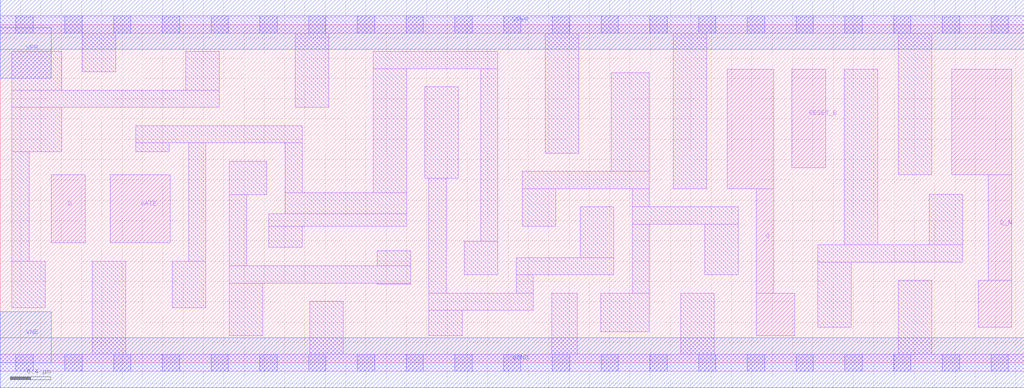
<source format=lef>
# Copyright 2020 The SkyWater PDK Authors
#
# Licensed under the Apache License, Version 2.0 (the "License");
# you may not use this file except in compliance with the License.
# You may obtain a copy of the License at
#
#     https://www.apache.org/licenses/LICENSE-2.0
#
# Unless required by applicable law or agreed to in writing, software
# distributed under the License is distributed on an "AS IS" BASIS,
# WITHOUT WARRANTIES OR CONDITIONS OF ANY KIND, either express or implied.
# See the License for the specific language governing permissions and
# limitations under the License.
#
# SPDX-License-Identifier: Apache-2.0

VERSION 5.5 ;
NAMESCASESENSITIVE ON ;
BUSBITCHARS "[]" ;
DIVIDERCHAR "/" ;
MACRO sky130_fd_sc_lp__dlrbp_lp
  CLASS CORE ;
  SOURCE USER ;
  ORIGIN  0.000000  0.000000 ;
  SIZE  10.08000 BY  3.330000 ;
  SYMMETRY X Y R90 ;
  SITE unit ;
  PIN D
    ANTENNAGATEAREA  0.376000 ;
    DIRECTION INPUT ;
    USE SIGNAL ;
    PORT
      LAYER li1 ;
        RECT 0.500000 1.180000 0.835000 1.850000 ;
    END
  END D
  PIN Q
    ANTENNADIFFAREA  0.404700 ;
    DIRECTION OUTPUT ;
    USE SIGNAL ;
    PORT
      LAYER li1 ;
        RECT 7.160000 1.715000 7.615000 2.890000 ;
        RECT 7.445000 0.265000 7.820000 0.685000 ;
        RECT 7.445000 0.685000 7.615000 1.715000 ;
    END
  END Q
  PIN Q_N
    ANTENNADIFFAREA  0.404700 ;
    DIRECTION OUTPUT ;
    USE SIGNAL ;
    PORT
      LAYER li1 ;
        RECT 9.370000 1.850000 9.960000 2.890000 ;
        RECT 9.630000 0.350000 9.960000 0.810000 ;
        RECT 9.725000 0.810000 9.960000 1.850000 ;
    END
  END Q_N
  PIN RESET_B
    ANTENNAGATEAREA  0.313000 ;
    DIRECTION INPUT ;
    USE SIGNAL ;
    PORT
      LAYER li1 ;
        RECT 7.795000 1.920000 8.125000 2.890000 ;
    END
  END RESET_B
  PIN GATE
    ANTENNAGATEAREA  0.376000 ;
    DIRECTION INPUT ;
    USE CLOCK ;
    PORT
      LAYER li1 ;
        RECT 1.085000 1.180000 1.675000 1.850000 ;
    END
  END GATE
  PIN VGND
    DIRECTION INOUT ;
    USE GROUND ;
    PORT
      LAYER met1 ;
        RECT 0.000000 -0.245000 10.080000 0.245000 ;
    END
  END VGND
  PIN VNB
    DIRECTION INOUT ;
    USE GROUND ;
    PORT
    END
  END VNB
  PIN VPB
    DIRECTION INOUT ;
    USE POWER ;
    PORT
    END
  END VPB
  PIN VNB
    DIRECTION INOUT ;
    USE GROUND ;
    PORT
      LAYER met1 ;
        RECT 0.000000 0.000000 0.500000 0.500000 ;
    END
  END VNB
  PIN VPB
    DIRECTION INOUT ;
    USE POWER ;
    PORT
      LAYER met1 ;
        RECT 0.000000 2.800000 0.500000 3.300000 ;
    END
  END VPB
  PIN VPWR
    DIRECTION INOUT ;
    USE POWER ;
    PORT
      LAYER met1 ;
        RECT 0.000000 3.085000 10.080000 3.575000 ;
    END
  END VPWR
  OBS
    LAYER li1 ;
      RECT 0.000000 -0.085000 10.080000 0.085000 ;
      RECT 0.000000  3.245000 10.080000 3.415000 ;
      RECT 0.115000  0.540000  0.445000 1.000000 ;
      RECT 0.115000  1.000000  0.285000 2.075000 ;
      RECT 0.115000  2.075000  0.605000 2.515000 ;
      RECT 0.115000  2.515000  2.155000 2.685000 ;
      RECT 0.115000  2.685000  0.605000 3.065000 ;
      RECT 0.805000  2.865000  1.135000 3.245000 ;
      RECT 0.905000  0.085000  1.235000 1.000000 ;
      RECT 1.335000  2.075000  1.665000 2.165000 ;
      RECT 1.335000  2.165000  2.975000 2.335000 ;
      RECT 1.695000  0.540000  2.025000 1.000000 ;
      RECT 1.825000  2.685000  2.155000 3.065000 ;
      RECT 1.855000  1.000000  2.025000 2.165000 ;
      RECT 2.255000  0.265000  2.585000 0.785000 ;
      RECT 2.255000  0.785000  4.040000 0.955000 ;
      RECT 2.255000  0.955000  2.425000 1.655000 ;
      RECT 2.255000  1.655000  2.625000 1.985000 ;
      RECT 2.645000  1.135000  2.975000 1.345000 ;
      RECT 2.645000  1.345000  4.000000 1.465000 ;
      RECT 2.805000  1.465000  4.000000 1.675000 ;
      RECT 2.805000  1.675000  2.975000 2.165000 ;
      RECT 2.905000  2.515000  3.235000 3.245000 ;
      RECT 3.045000  0.085000  3.375000 0.605000 ;
      RECT 3.670000  1.675000  4.000000 2.895000 ;
      RECT 3.670000  2.895000  4.900000 3.065000 ;
      RECT 3.710000  0.775000  4.040000 0.785000 ;
      RECT 3.710000  0.955000  4.040000 1.105000 ;
      RECT 4.180000  1.815000  4.510000 2.715000 ;
      RECT 4.220000  0.265000  4.550000 0.515000 ;
      RECT 4.220000  0.515000  5.250000 0.685000 ;
      RECT 4.220000  0.685000  4.390000 1.815000 ;
      RECT 4.570000  0.865000  4.900000 1.195000 ;
      RECT 4.730000  1.195000  4.900000 2.895000 ;
      RECT 5.080000  0.685000  5.250000 0.865000 ;
      RECT 5.080000  0.865000  6.040000 1.035000 ;
      RECT 5.140000  1.345000  5.470000 1.715000 ;
      RECT 5.140000  1.715000  6.390000 1.885000 ;
      RECT 5.365000  2.065000  5.695000 3.245000 ;
      RECT 5.430000  0.085000  5.680000 0.685000 ;
      RECT 5.710000  1.035000  6.040000 1.535000 ;
      RECT 5.910000  0.305000  6.390000 0.685000 ;
      RECT 6.015000  1.885000  6.390000 2.855000 ;
      RECT 6.220000  0.685000  6.390000 1.365000 ;
      RECT 6.220000  1.365000  7.265000 1.535000 ;
      RECT 6.220000  1.535000  6.390000 1.715000 ;
      RECT 6.625000  1.715000  6.955000 3.245000 ;
      RECT 6.700000  0.085000  7.030000 0.685000 ;
      RECT 6.935000  0.865000  7.265000 1.365000 ;
      RECT 8.050000  0.350000  8.380000 0.990000 ;
      RECT 8.050000  0.990000  9.475000 1.160000 ;
      RECT 8.310000  1.160000  8.640000 2.890000 ;
      RECT 8.840000  0.085000  9.170000 0.810000 ;
      RECT 8.840000  1.850000  9.170000 3.245000 ;
      RECT 9.145000  1.160000  9.475000 1.660000 ;
    LAYER mcon ;
      RECT 0.155000 -0.085000 0.325000 0.085000 ;
      RECT 0.155000  3.245000 0.325000 3.415000 ;
      RECT 0.635000 -0.085000 0.805000 0.085000 ;
      RECT 0.635000  3.245000 0.805000 3.415000 ;
      RECT 1.115000 -0.085000 1.285000 0.085000 ;
      RECT 1.115000  3.245000 1.285000 3.415000 ;
      RECT 1.595000 -0.085000 1.765000 0.085000 ;
      RECT 1.595000  3.245000 1.765000 3.415000 ;
      RECT 2.075000 -0.085000 2.245000 0.085000 ;
      RECT 2.075000  3.245000 2.245000 3.415000 ;
      RECT 2.555000 -0.085000 2.725000 0.085000 ;
      RECT 2.555000  3.245000 2.725000 3.415000 ;
      RECT 3.035000 -0.085000 3.205000 0.085000 ;
      RECT 3.035000  3.245000 3.205000 3.415000 ;
      RECT 3.515000 -0.085000 3.685000 0.085000 ;
      RECT 3.515000  3.245000 3.685000 3.415000 ;
      RECT 3.995000 -0.085000 4.165000 0.085000 ;
      RECT 3.995000  3.245000 4.165000 3.415000 ;
      RECT 4.475000 -0.085000 4.645000 0.085000 ;
      RECT 4.475000  3.245000 4.645000 3.415000 ;
      RECT 4.955000 -0.085000 5.125000 0.085000 ;
      RECT 4.955000  3.245000 5.125000 3.415000 ;
      RECT 5.435000 -0.085000 5.605000 0.085000 ;
      RECT 5.435000  3.245000 5.605000 3.415000 ;
      RECT 5.915000 -0.085000 6.085000 0.085000 ;
      RECT 5.915000  3.245000 6.085000 3.415000 ;
      RECT 6.395000 -0.085000 6.565000 0.085000 ;
      RECT 6.395000  3.245000 6.565000 3.415000 ;
      RECT 6.875000 -0.085000 7.045000 0.085000 ;
      RECT 6.875000  3.245000 7.045000 3.415000 ;
      RECT 7.355000 -0.085000 7.525000 0.085000 ;
      RECT 7.355000  3.245000 7.525000 3.415000 ;
      RECT 7.835000 -0.085000 8.005000 0.085000 ;
      RECT 7.835000  3.245000 8.005000 3.415000 ;
      RECT 8.315000 -0.085000 8.485000 0.085000 ;
      RECT 8.315000  3.245000 8.485000 3.415000 ;
      RECT 8.795000 -0.085000 8.965000 0.085000 ;
      RECT 8.795000  3.245000 8.965000 3.415000 ;
      RECT 9.275000 -0.085000 9.445000 0.085000 ;
      RECT 9.275000  3.245000 9.445000 3.415000 ;
      RECT 9.755000 -0.085000 9.925000 0.085000 ;
      RECT 9.755000  3.245000 9.925000 3.415000 ;
  END
END sky130_fd_sc_lp__dlrbp_lp
END LIBRARY

</source>
